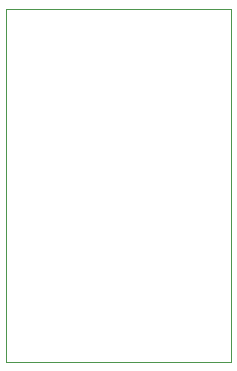
<source format=gbr>
%TF.GenerationSoftware,KiCad,Pcbnew,(5.1.5-0-10_14)*%
%TF.CreationDate,2020-02-16T20:03:40+10:00*%
%TF.ProjectId,turtleboard,74757274-6c65-4626-9f61-72642e6b6963,rev?*%
%TF.SameCoordinates,Original*%
%TF.FileFunction,Profile,NP*%
%FSLAX46Y46*%
G04 Gerber Fmt 4.6, Leading zero omitted, Abs format (unit mm)*
G04 Created by KiCad (PCBNEW (5.1.5-0-10_14)) date 2020-02-16 20:03:40*
%MOMM*%
%LPD*%
G04 APERTURE LIST*
%ADD10C,0.100000*%
G04 APERTURE END LIST*
D10*
X212725000Y-93980000D02*
X212725000Y-123825000D01*
X193675000Y-93980000D02*
X212725000Y-93980000D01*
X193675000Y-123825000D02*
X193675000Y-93980000D01*
X212725000Y-123825000D02*
X193675000Y-123825000D01*
M02*

</source>
